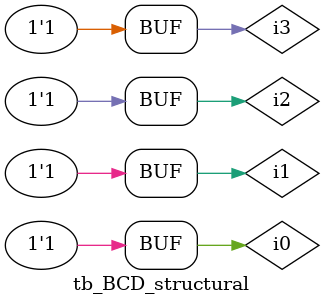
<source format=v>
`timescale 1ns / 1ps


module tb_BCD_structural;

 
    reg i3;
    reg i2;
    reg i1;
    reg i0;
  

    wire a,b,c,d,e,f,g, an0, an1, an2, an3, dp;
    
   
    BCD_Seg_Display uut(
        .i3(i3),
        .i2(i2),
        .i1(i1),
        .i0(i0),
        .a(a),
        .b(b),
        .c(c),
        .d(d),
        .e(e),
        .f(f),
        .g(g),
        .an0 (an0),
        .an1 (an1),
        .an2 (an2),
        .an3 (an3),
        .dp (dp)
    );
    
    initial begin
        

        i3 = 0;
        i2 = 0;
        i1 = 0;
        i0 = 0;
        
        #50

        i3 = 0;
        i2 = 0;
        i1 = 0;
        i0 = 0;
        $display ("TC01");
        if ({a,b,c,d,e,f,g}!= 7'b0000001)$display ("Result is Wrong");
        
        i3 = 0;
        i2 = 0;
        i1 = 0;
        i0 = 1;
        #50
        $display ("TC02");
        if({a,b,c,d,e,f,g}!= 7'b1001111) $display ("Result is Wrong");
        
        i3 = 0;
        i2 = 0;
        i1 = 1;
        i0 = 0;
        #50
        $display ("TC03");
        if( {a,b,c,d,e,f,g}!= 7'b0010010) $display ("Result is Wrong");
        
        i3 = 0;
        i2 = 0;
        i1 = 1;
        i0 = 1;
        #50
        $display ("TC04");
        if( {a,b,c,d,e,f,g}!= 7'b0000110) $display ("Result is Wrong");
        
        i3 = 0;
        i2 = 1;
        i1 = 0;
        i0 = 0;
        #50
        $display ("TC05");
        if({a,b,c,d,e,f,g}!= 7'b1001100) $display ("Result is Wrong");
        
        i3 = 0;
        i2 = 1;
        i1 = 0;
        i0 = 1;
        #50
        $display ("TC06");
        if({a,b,c,d,e,f,g}!= 7'b0100100) $display ("Result is Wrong");
        
        i3 = 0;
        i2 = 1;
        i1 = 1;
        i0 = 0;
        #50
        $display ("TC07");
        if({a,b,c,d,e,f,g}!= 7'b0100000) $display ("Result is Wrong");
        
        i3 = 0;
        i2 = 1;
        i1 = 1;
        i0 = 1;
        #50
        $display ("TC08");
        if({a,b,c,d,e,f,g}!= 7'b0001111) $display ("Result is Wrong");
        
        i3 = 1;
        i2 = 0;
        i1 = 0;
        i0 = 0;
        #50
        $display ("TC09");
        if({a,b,c,d,e,f,g}!= 7'b0000000) $display ("Result is Wrong");
        
        i3 = 1;
        i2 = 0;
        i1 = 0;
        i0 = 1;
        #50
        $display ("TC10");
        if({a,b,c,d,e,f,g}!= 7'b0001100) $display ("Result is Wrong");
        
        i3 = 1;
        i2 = 0;
        i1 = 1;
        i0 = 0;
        #50
        $display ("TC11");
        if({a,b,c,d,e,f,g}!= 7'b1111111) $display ("Result is Wrong");
        
        i3 = 1;
        i2 = 0;
        i1 = 1;
        i0 = 1;
        #50
        $display ("TC12");
        if({a,b,c,d,e,f,g}!= 7'b1111111) $display ("Result is Wrong");
        
        i3 = 1;
        i2 = 1;
        i1 = 0;
        i0 = 0;
        #50
        $display ("TC13");
        if({a,b,c,d,e,f,g}!= 7'b1111111) $display ("Result is Wrong");
        
        i3 = 1;
        i2 = 1;
        i1 = 0;
        i0 = 1;
        #50
        $display ("TC14");
        if({a,b,c,d,e,f,g}!= 7'b1111111) $display ("Result is Wrong");
        
        i3 = 1;
        i2 = 1;
        i1 = 1;
        i0 = 0;
        #50
        $display ("TC15");
        if({a,b,c,d,e,f,g}!= 7'b1111111) $display ("Result is Wrong");
        
        i3 = 1;
        i2= 1;
        i1 = 1;
        i0 = 1;
        #50
        $display ("TC16");
        if({a,b,c,d,e,f,g}!= 7'b1111111) $display ("Result is Wrong");
        
        end
       
endmodule


</source>
